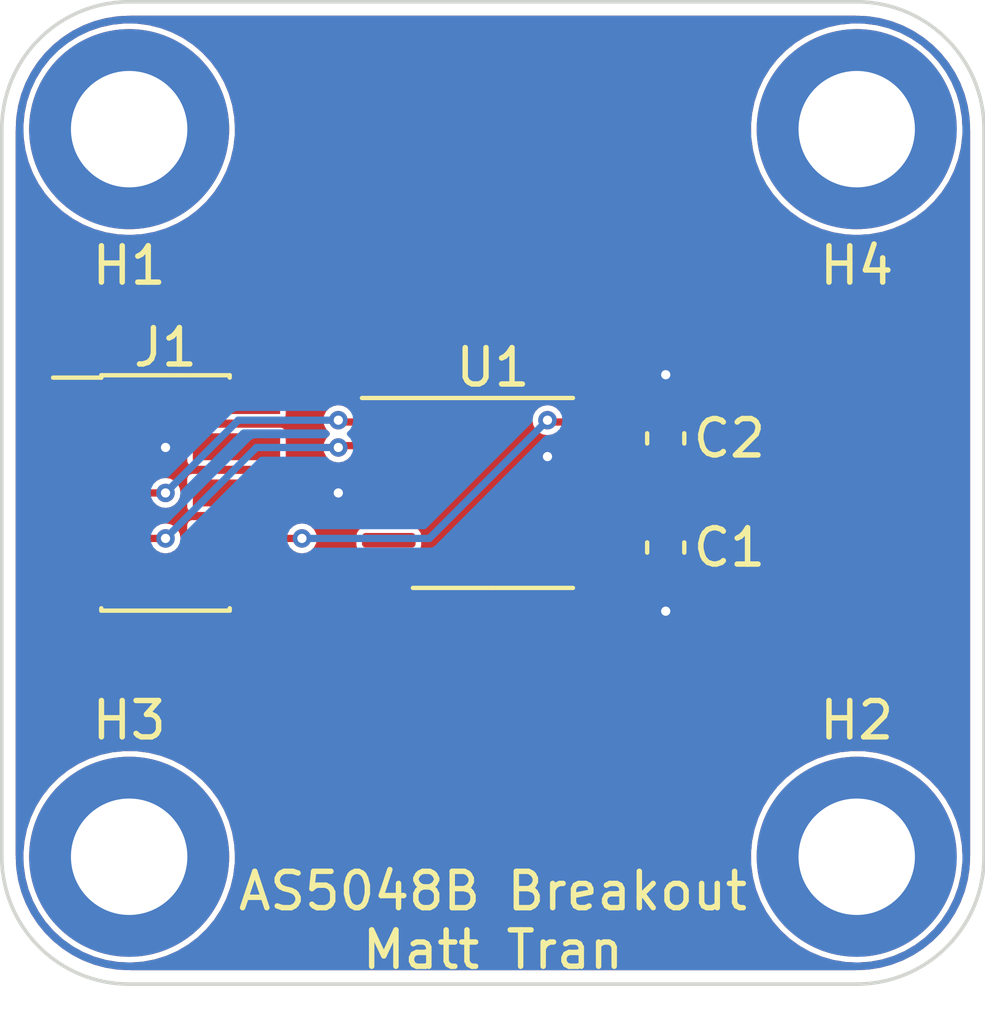
<source format=kicad_pcb>
(kicad_pcb (version 20240108) (generator "pcbnew") (generator_version "8.0")
  (layers (0 "F.Cu" signal) (31 "B.Cu" signal) (34 "B.Paste" user) (35 "F.Paste" user) (36 "B.SilkS" user "B.Silkscreen") (37 "F.SilkS" user "F.Silkscreen") (38 "B.Mask" user) (39 "F.Mask" user) (44 "Edge.Cuts" user))
  (net 0 "")
  (net 1 "GND")
  (net 2 "+3V3")
  (net 5 "/SDA")
  (net 7 "/SCL")
  (net 8 "/PWM")
  (footprint "Capacitor_SMD:C_0603_1608Metric" (layer "F.Cu") (at 154.75 98.5 -90)
    (property "Reference" "C2" (at 0 -1.75 180) (layer "F.SilkS"))
    (property "Value" "100n")
    (fp_line (start -0.14058 0.51) (end 0.14058 0.51) (stroke (width 0.12)) (layer "F.SilkS"))
    (fp_line (start -0.14058 -0.51) (end 0.14058 -0.51) (stroke (width 0.12)) (layer "F.SilkS"))
    (pad "1" smd roundrect (at -0.775 0 270) (size 0.9 0.95) (layers "F.Cu" "F.Paste" "F.Mask") (net 1 "GND"))
    (pad "2" smd roundrect (at 0.775 0 270) (size 0.9 0.95) (layers "F.Cu" "F.Paste" "F.Mask") (net 2 "+3V3"))
  )
  (footprint "MountingHole:MountingHole_3.2mm_M3_ISO14580_Pad_TopBottom" (layer "F.Cu") (at 140 110)
    (property "Reference" "H3" (at 0 -3.75 0) (layer "F.SilkS"))
    (property "Value" "M3")
    (pad "1" thru_hole circle (at 0 0) (size 3.6 3.6) (drill 3.2) (layers "*.Cu" "*.Mask"))
    (pad "1" connect circle (at 0 0) (size 5.5 5.5) (layers "F.Cu" "F.Mask"))
    (pad "1" connect circle (at 0 0) (size 5.5 5.5) (layers "B.Cu" "B.Mask"))
  )
  (footprint "Package_SO:TSSOP-14_4.4x5mm_P0.65mm" (layer "F.Cu") (at 150 100)
    (property "Reference" "U1" (at 0 -3.45 0) (layer "F.SilkS"))
    (property "Value" "AS5048B")
    (fp_line (start 0 -2.61) (end -3.6 -2.61) (stroke (width 0.12)) (layer "F.SilkS"))
    (fp_line (start 0 -2.61) (end 2.2 -2.61) (stroke (width 0.12)) (layer "F.SilkS"))
    (fp_line (start 0 2.61) (end -2.2 2.61) (stroke (width 0.12)) (layer "F.SilkS"))
    (fp_line (start 0 2.61) (end 2.2 2.61) (stroke (width 0.12)) (layer "F.SilkS"))
    (pad "1" smd roundrect (at -2.8625 -1.95) (size 1.475 0.4) (layers "F.Cu" "F.Paste" "F.Mask") (net 5 "/SDA"))
    (pad "2" smd roundrect (at -2.8625 -1.3) (size 1.475 0.4) (layers "F.Cu" "F.Paste" "F.Mask") (net 7 "/SCL"))
    (pad "3" smd roundrect (at -2.8625 -0.65) (size 1.475 0.4) (layers "F.Cu" "F.Paste" "F.Mask") (net 1 "GND"))
    (pad "4" smd roundrect (at -2.8625 0) (size 1.475 0.4) (layers "F.Cu" "F.Paste" "F.Mask") (net 1 "GND"))
    (pad "5" smd roundrect (at -2.8625 0.65) (size 1.475 0.4) (layers "F.Cu" "F.Paste" "F.Mask") (net 1 "GND"))
    (pad "6" smd roundrect (at -2.8625 1.3) (size 1.475 0.4) (layers "F.Cu" "F.Paste" "F.Mask"))
    (pad "7" smd roundrect (at -2.8625 1.95) (size 1.475 0.4) (layers "F.Cu" "F.Paste" "F.Mask"))
    (pad "8" smd roundrect (at 2.8625 1.95) (size 1.475 0.4) (layers "F.Cu" "F.Paste" "F.Mask"))
    (pad "9" smd roundrect (at 2.8625 1.3) (size 1.475 0.4) (layers "F.Cu" "F.Paste" "F.Mask"))
    (pad "10" smd roundrect (at 2.8625 0.65) (size 1.475 0.4) (layers "F.Cu" "F.Paste" "F.Mask"))
    (pad "11" smd roundrect (at 2.8625 0) (size 1.475 0.4) (layers "F.Cu" "F.Paste" "F.Mask") (net 2 "+3V3"))
    (pad "12" smd roundrect (at 2.8625 -0.65) (size 1.475 0.4) (layers "F.Cu" "F.Paste" "F.Mask") (net 2 "+3V3"))
    (pad "13" smd roundrect (at 2.8625 -1.3) (size 1.475 0.4) (layers "F.Cu" "F.Paste" "F.Mask") (net 1 "GND"))
    (pad "14" smd roundrect (at 2.8625 -1.95) (size 1.475 0.4) (layers "F.Cu" "F.Paste" "F.Mask") (net 8 "/PWM"))
  )
  (footprint "MountingHole:MountingHole_3.2mm_M3_ISO14580_Pad_TopBottom" (layer "F.Cu") (at 160 90)
    (property "Reference" "H4" (at 0 3.75 0) (layer "F.SilkS"))
    (property "Value" "M3")
    (pad "1" thru_hole circle (at 0 0) (size 3.6 3.6) (drill 3.2) (layers "*.Cu" "*.Mask"))
    (pad "1" connect circle (at 0 0) (size 5.5 5.5) (layers "F.Cu" "F.Mask"))
    (pad "1" connect circle (at 0 0) (size 5.5 5.5) (layers "B.Cu" "B.Mask"))
  )
  (footprint "Capacitor_SMD:C_0603_1608Metric" (layer "F.Cu") (at 154.75 101.5 90)
    (property "Reference" "C1" (at 0 1.75 180) (layer "F.SilkS"))
    (property "Value" "1u")
    (fp_line (start -0.14058 -0.51) (end 0.14058 -0.51) (stroke (width 0.12)) (layer "F.SilkS"))
    (fp_line (start -0.14058 0.51) (end 0.14058 0.51) (stroke (width 0.12)) (layer "F.SilkS"))
    (pad "1" smd roundrect (at -0.775 0 90) (size 0.9 0.95) (layers "F.Cu" "F.Paste" "F.Mask") (net 1 "GND"))
    (pad "2" smd roundrect (at 0.775 0 90) (size 0.9 0.95) (layers "F.Cu" "F.Paste" "F.Mask") (net 2 "+3V3"))
  )
  (footprint "MountingHole:MountingHole_3.2mm_M3_ISO14580_Pad_TopBottom" (layer "F.Cu") (at 140 90)
    (property "Reference" "H1" (at 0 3.75 0) (layer "F.SilkS"))
    (property "Value" "M3")
    (pad "1" thru_hole circle (at 0 0) (size 3.6 3.6) (drill 3.2) (layers "*.Cu" "*.Mask"))
    (pad "1" connect circle (at 0 0) (size 5.5 5.5) (layers "F.Cu" "F.Mask"))
    (pad "1" connect circle (at 0 0) (size 5.5 5.5) (layers "B.Cu" "B.Mask"))
  )
  (footprint "Connector_PinHeader_1.27mm:PinHeader_2x05_P1.27mm_Vertical_SMD" (layer "F.Cu") (at 141 100)
    (property "Reference" "J1" (at 0 -4 0) (layer "F.SilkS"))
    (property "Value" "I2C")
    (fp_line (start -3.09 -3.17) (end -1.765 -3.17) (stroke (width 0.12)) (layer "F.SilkS"))
    (fp_line (start -1.765 -3.235) (end -1.765 -3.17) (stroke (width 0.12)) (layer "F.SilkS"))
    (fp_line (start -1.765 -3.235) (end 1.765 -3.235) (stroke (width 0.12)) (layer "F.SilkS"))
    (fp_line (start -1.765 3.17) (end -1.765 3.235) (stroke (width 0.12)) (layer "F.SilkS"))
    (fp_line (start -1.765 3.235) (end 1.765 3.235) (stroke (width 0.12)) (layer "F.SilkS"))
    (fp_line (start 1.765 -3.235) (end 1.765 -3.17) (stroke (width 0.12)) (layer "F.SilkS"))
    (fp_line (start 1.765 3.17) (end 1.765 3.235) (stroke (width 0.12)) (layer "F.SilkS"))
    (pad "1" smd rect (at -1.95 -2.54) (size 2.4 0.74) (layers "F.Cu" "F.Paste" "F.Mask") (net 2 "+3V3"))
    (pad "2" smd rect (at 1.95 -2.54) (size 2.4 0.74) (layers "F.Cu" "F.Paste" "F.Mask"))
    (pad "3" smd rect (at -1.95 -1.27) (size 2.4 0.74) (layers "F.Cu" "F.Paste" "F.Mask") (net 1 "GND"))
    (pad "4" smd rect (at 1.95 -1.27) (size 2.4 0.74) (layers "F.Cu" "F.Paste" "F.Mask"))
    (pad "5" smd rect (at -1.95 0) (size 2.4 0.74) (layers "F.Cu" "F.Paste" "F.Mask") (net 5 "/SDA"))
    (pad "6" smd rect (at 1.95 0) (size 2.4 0.74) (layers "F.Cu" "F.Paste" "F.Mask"))
    (pad "7" smd rect (at -1.95 1.27) (size 2.4 0.74) (layers "F.Cu" "F.Paste" "F.Mask") (net 7 "/SCL"))
    (pad "8" smd rect (at 1.95 1.27) (size 2.4 0.74) (layers "F.Cu" "F.Paste" "F.Mask") (net 8 "/PWM"))
    (pad "9" smd rect (at -1.95 2.54) (size 2.4 0.74) (layers "F.Cu" "F.Paste" "F.Mask"))
    (pad "10" smd rect (at 1.95 2.54) (size 2.4 0.74) (layers "F.Cu" "F.Paste" "F.Mask"))
  )
  (footprint "MountingHole:MountingHole_3.2mm_M3_ISO14580_Pad_TopBottom" (layer "F.Cu") (at 160 110)
    (property "Reference" "H2" (at 0 -3.75 0) (layer "F.SilkS"))
    (property "Value" "M3")
    (pad "1" thru_hole circle (at 0 0) (size 3.6 3.6) (drill 3.2) (layers "*.Cu" "*.Mask"))
    (pad "1" connect circle (at 0 0) (size 5.5 5.5) (layers "F.Cu" "F.Mask"))
    (pad "1" connect circle (at 0 0) (size 5.5 5.5) (layers "B.Cu" "B.Mask"))
  )
  (gr_line (start 160 86.5) (end 140 86.5) (stroke (width 0.1)) (layer "Edge.Cuts"))
  (gr_arc (start 136.5 90) (mid 137.525126 87.525126) (end 140 86.5) (stroke (width 0.1)) (layer "Edge.Cuts"))
  (gr_line (start 140 113.5) (end 160 113.5) (stroke (width 0.1)) (layer "Edge.Cuts"))
  (gr_line (start 136.5 90) (end 136.5 110) (stroke (width 0.1)) (layer "Edge.Cuts"))
  (gr_line (start 163.5 90) (end 163.5 110) (stroke (width 0.1)) (layer "Edge.Cuts"))
  (gr_arc (start 160 86.5) (mid 162.474874 87.525126) (end 163.5 90) (stroke (width 0.1)) (layer "Edge.Cuts"))
  (gr_arc (start 163.5 110) (mid 162.474874 112.474874) (end 160 113.5) (stroke (width 0.1)) (layer "Edge.Cuts"))
  (gr_arc (start 140 113.5) (mid 137.525126 112.474874) (end 136.5 110) (stroke (width 0.1)) (layer "Edge.Cuts"))
  (gr_text "AS5048B Breakout\nMatt Tran" (at 150 111.75 0) (layer "F.SilkS") (effects (font (size 1 1))))
  (via (at 141 98.75) (size 0.508) (drill 0.254) (layers "F.Cu" "B.Cu") (net 1))
  (via (at 145.75 100) (size 0.508) (drill 0.254) (layers "F.Cu" "B.Cu") (net 1))
  (via (at 154.75 103.25) (size 0.508) (drill 0.254) (layers "F.Cu" "B.Cu") (net 1))
  (via (at 154.75 96.75) (size 0.508) (drill 0.254) (layers "F.Cu" "B.Cu") (net 1))
  (via (at 151.5 99) (size 0.508) (drill 0.254) (layers "F.Cu" "B.Cu") (net 1))
  (segment (start 154.675 99.35) (end 154.75 99.275) (width 0.2) (layer "F.Cu") (net 2))
  (segment (start 152.8625 99.35) (end 154.675 99.35) (width 0.2) (layer "F.Cu") (net 2))
  (segment (start 152.8625 100) (end 152.8625 99.35) (width 0.2) (layer "F.Cu") (net 2))
  (segment (start 155.75 98.275) (end 154.75 99.275) (width 0.2) (layer "F.Cu") (net 2))
  (segment (start 139.75 96) (end 155 96) (width 0.2) (layer "F.Cu") (net 2))
  (segment (start 154.75 99.275) (end 154.75 100.725) (width 0.2) (layer "F.Cu") (net 2))
  (segment (start 155.75 96.75) (end 155.75 98.275) (width 0.2) (layer "F.Cu") (net 2))
  (segment (start 139.05 96.7) (end 139.75 96) (width 0.2) (layer "F.Cu") (net 2))
  (segment (start 155 96) (end 155.75 96.75) (width 0.2) (layer "F.Cu") (net 2))
  (segment (start 139.05 97.46) (end 139.05 96.7) (width 0.2) (layer "F.Cu") (net 2))
  (segment (start 141 100) (end 139.05 100) (width 0.2) (layer "F.Cu") (net 5))
  (segment (start 145.8 98.05) (end 145.75 98) (width 0.2) (layer "F.Cu") (net 5))
  (segment (start 147.1375 98.05) (end 145.8 98.05) (width 0.2) (layer "F.Cu") (net 5))
  (via (at 145.75 98) (size 0.508) (drill 0.254) (layers "F.Cu" "B.Cu") (net 5))
  (via (at 141 100) (size 0.508) (drill 0.254) (layers "F.Cu" "B.Cu") (net 5))
  (segment (start 145.75 98) (end 143 98) (width 0.2) (layer "B.Cu") (net 5))
  (segment (start 143 98) (end 141 100) (width 0.2) (layer "B.Cu") (net 5))
  (segment (start 141 101.25) (end 139.07 101.25) (width 0.2) (layer "F.Cu") (net 7))
  (segment (start 145.8 98.7) (end 145.75 98.75) (width 0.2) (layer "F.Cu") (net 7))
  (segment (start 139.07 101.25) (end 139.05 101.27) (width 0.2) (layer "F.Cu") (net 7))
  (segment (start 147.1375 98.7) (end 145.8 98.7) (width 0.2) (layer "F.Cu") (net 7))
  (via (at 145.75 98.75) (size 0.508) (drill 0.254) (layers "F.Cu" "B.Cu") (net 7))
  (via (at 141 101.25) (size 0.508) (drill 0.254) (layers "F.Cu" "B.Cu") (net 7))
  (segment (start 145.75 98.75) (end 143.5 98.75) (width 0.2) (layer "B.Cu") (net 7))
  (segment (start 143.5 98.75) (end 141 101.25) (width 0.2) (layer "B.Cu") (net 7))
  (segment (start 142.97 101.25) (end 142.95 101.27) (width 0.2) (layer "F.Cu") (net 8))
  (segment (start 151.55 98.05) (end 151.5 98) (width 0.2) (layer "F.Cu") (net 8))
  (segment (start 144.75 101.25) (end 142.97 101.25) (width 0.2) (layer "F.Cu") (net 8))
  (segment (start 152.8625 98.05) (end 151.55 98.05) (width 0.2) (layer "F.Cu") (net 8))
  (via (at 151.5 98) (size 0.508) (drill 0.254) (layers "F.Cu" "B.Cu") (net 8))
  (via (at 144.75 101.25) (size 0.508) (drill 0.254) (layers "F.Cu" "B.Cu") (net 8))
  (segment (start 148.25 101.25) (end 144.75 101.25) (width 0.2) (layer "B.Cu") (net 8))
  (segment (start 151.5 98) (end 148.25 101.25) (width 0.2) (layer "B.Cu") (net 8))
  (zone (net 1) (net_name "GND") (layers "F&B.Cu") (connect_pads yes (clearance 0.1524)) (min_thickness 0.1524) (fill yes (thermal_gap 0.508) (thermal_bridge_width 0.508))
    (polygon (pts (xy 163.5 113.5) (xy 136.5 113.5) (xy 136.5 86.5) (xy 163.5 86.5)))
  )
)
</source>
